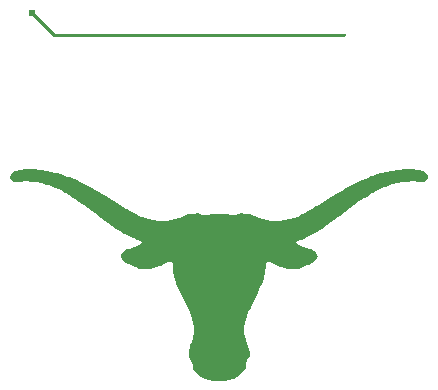
<source format=gbl>
G04 Layer: BottomLayer*
G04 EasyEDA v6.5.50, 2025-08-15 22:22:53*
G04 78b981eca6ee4c28b6080d7fc2fd3244,645267f41e9e4d7b8b91459b463e1a24,10*
G04 Gerber Generator version 0.2*
G04 Scale: 100 percent, Rotated: No, Reflected: No *
G04 Dimensions in millimeters *
G04 leading zeros omitted , absolute positions ,4 integer and 5 decimal *
%FSLAX45Y45*%
%MOMM*%

%ADD10C,0.2540*%
%ADD11C,0.6100*%
%ADD12R,0.4000X0.2800*%
%ADD13R,0.0146X0.2800*%

%LPD*%
G36*
X2663088Y-1873707D02*
G01*
X2629509Y-1877263D01*
X2607513Y-1880768D01*
X2588971Y-1884375D01*
X2569311Y-1889048D01*
X2556306Y-1898650D01*
X2544876Y-1912010D01*
X2541270Y-1919478D01*
X2537460Y-1928266D01*
X2537460Y-1945487D01*
X2544876Y-1957679D01*
X2552903Y-1969262D01*
X2557729Y-1974697D01*
X2568143Y-1981911D01*
X2585770Y-1981758D01*
X2613304Y-1978050D01*
X2667152Y-1975459D01*
X2716377Y-1977999D01*
X2746502Y-1981454D01*
X2768498Y-1985060D01*
X2786989Y-1988566D01*
X2803245Y-1992223D01*
X2825242Y-1997913D01*
X2847238Y-2004263D01*
X2857652Y-2008225D01*
X2864612Y-2010206D01*
X2880817Y-2015947D01*
X2912059Y-2028291D01*
X2945638Y-2043379D01*
X2980385Y-2060956D01*
X3003550Y-2074062D01*
X3007055Y-2075688D01*
X3052216Y-2102662D01*
X3067354Y-2113026D01*
X3070758Y-2114702D01*
X3087319Y-2125624D01*
X3120237Y-2148179D01*
X3158744Y-2176018D01*
X3284677Y-2270404D01*
X3289757Y-2273858D01*
X3307791Y-2287727D01*
X3366008Y-2330653D01*
X3394964Y-2350973D01*
X3434384Y-2377135D01*
X3450590Y-2387600D01*
X3482543Y-2407056D01*
X3493414Y-2413101D01*
X3501542Y-2417978D01*
X3513124Y-2423972D01*
X3521201Y-2428748D01*
X3559403Y-2447950D01*
X3582568Y-2458466D01*
X3602278Y-2466898D01*
X3608070Y-2468829D01*
X3639312Y-2480767D01*
X3646271Y-2482748D01*
X3655466Y-2486101D01*
X3656228Y-2488387D01*
X3645357Y-2499258D01*
X3627323Y-2512974D01*
X3625900Y-2512974D01*
X3610356Y-2522931D01*
X3594811Y-2530348D01*
X3592525Y-2530348D01*
X3584905Y-2533548D01*
X3561740Y-2540609D01*
X3546703Y-2544572D01*
X3521201Y-2552496D01*
X3501542Y-2561945D01*
X3488436Y-2572004D01*
X3480460Y-2583078D01*
X3476447Y-2591155D01*
X3472027Y-2605074D01*
X3471976Y-2617368D01*
X3478733Y-2630932D01*
X3488232Y-2643530D01*
X3501847Y-2655366D01*
X3516020Y-2664815D01*
X3539794Y-2676855D01*
X3570986Y-2690520D01*
X3577945Y-2693314D01*
X3599942Y-2703779D01*
X3618484Y-2710738D01*
X3630066Y-2713583D01*
X3652062Y-2718308D01*
X3707637Y-2718460D01*
X3729685Y-2714447D01*
X3747008Y-2710891D01*
X3771341Y-2704033D01*
X3795674Y-2696057D01*
X3813606Y-2689098D01*
X3838498Y-2678328D01*
X3873195Y-2661818D01*
X3883914Y-2655417D01*
X3895750Y-2655417D01*
X3904538Y-2660091D01*
X3910329Y-2664561D01*
X3911904Y-2710434D01*
X3914140Y-2732430D01*
X3916883Y-2748686D01*
X3920388Y-2766060D01*
X3924858Y-2784551D01*
X3929583Y-2800756D01*
X3931361Y-2809036D01*
X3933190Y-2812034D01*
X3935069Y-2819298D01*
X3942943Y-2841294D01*
X3951224Y-2861005D01*
X3956304Y-2873756D01*
X3965549Y-2894025D01*
X3989070Y-2942640D01*
X4034536Y-3033572D01*
X4047286Y-3061360D01*
X4057345Y-3085642D01*
X4066286Y-3108807D01*
X4069537Y-3116427D01*
X4069537Y-3119729D01*
X4072737Y-3127349D01*
X4078020Y-3145282D01*
X4083253Y-3164433D01*
X4086758Y-3180638D01*
X4090314Y-3200298D01*
X4093870Y-3225038D01*
X4093870Y-3246221D01*
X4090365Y-3270961D01*
X4086656Y-3288334D01*
X4080001Y-3311499D01*
X4070553Y-3339287D01*
X4068572Y-3346246D01*
X4060088Y-3370529D01*
X4058158Y-3377488D01*
X4055770Y-3384448D01*
X4052315Y-3397199D01*
X4048912Y-3411067D01*
X4045204Y-3430778D01*
X4045204Y-3450285D01*
X4052468Y-3463188D01*
X4058564Y-3471316D01*
X4061307Y-3475939D01*
X4065727Y-3485184D01*
X4069232Y-3494481D01*
X4072737Y-3506063D01*
X4079036Y-3536137D01*
X4080764Y-3552494D01*
X4086910Y-3564686D01*
X4104335Y-3587445D01*
X4126890Y-3610254D01*
X4148734Y-3628644D01*
X4172051Y-3644137D01*
X4183634Y-3648760D01*
X4195216Y-3652265D01*
X4209084Y-3655822D01*
X4226458Y-3659479D01*
X4253077Y-3663442D01*
X4357319Y-3663492D01*
X4382820Y-3659428D01*
X4400143Y-3655822D01*
X4414062Y-3652265D01*
X4427982Y-3647592D01*
X4434890Y-3644950D01*
X4442612Y-3640785D01*
X4459528Y-3629456D01*
X4475429Y-3616502D01*
X4501845Y-3590594D01*
X4517237Y-3572052D01*
X4524095Y-3561638D01*
X4527905Y-3553510D01*
X4531664Y-3530346D01*
X4535271Y-3511854D01*
X4538878Y-3499104D01*
X4543348Y-3485184D01*
X4549089Y-3473805D01*
X4563465Y-3453129D01*
X4563211Y-3423513D01*
X4555744Y-3391408D01*
X4552442Y-3380994D01*
X4536084Y-3332327D01*
X4534103Y-3325368D01*
X4528413Y-3309162D01*
X4521352Y-3282543D01*
X4518660Y-3269792D01*
X4515612Y-3234385D01*
X4517694Y-3208426D01*
X4521301Y-3187547D01*
X4524806Y-3170224D01*
X4529937Y-3150209D01*
X4535373Y-3130804D01*
X4538573Y-3123234D01*
X4538573Y-3119882D01*
X4541774Y-3112312D01*
X4548733Y-3093770D01*
X4559706Y-3067151D01*
X4570069Y-3043986D01*
X4581702Y-3019653D01*
X4630928Y-2921203D01*
X4643069Y-2895752D01*
X4653280Y-2873197D01*
X4665167Y-2844800D01*
X4669586Y-2833217D01*
X4671568Y-2826258D01*
X4677511Y-2808884D01*
X4680712Y-2798470D01*
X4684318Y-2785719D01*
X4690567Y-2760268D01*
X4692192Y-2748686D01*
X4694885Y-2734767D01*
X4698390Y-2704642D01*
X4698339Y-2666339D01*
X4705908Y-2659430D01*
X4713173Y-2655417D01*
X4725314Y-2655417D01*
X4735982Y-2661818D01*
X4771898Y-2678836D01*
X4789271Y-2686456D01*
X4802022Y-2691688D01*
X4813604Y-2696159D01*
X4820513Y-2698089D01*
X4836769Y-2703779D01*
X4862220Y-2710840D01*
X4879594Y-2714345D01*
X4901590Y-2718460D01*
X4956048Y-2718460D01*
X4978044Y-2714193D01*
X4986782Y-2711043D01*
X4991252Y-2711043D01*
X4998872Y-2707792D01*
X5009286Y-2703830D01*
X5030165Y-2693873D01*
X5045760Y-2686710D01*
X5048300Y-2686710D01*
X5054447Y-2683560D01*
X5062575Y-2680106D01*
X5092649Y-2665323D01*
X5109972Y-2653690D01*
X5123230Y-2641447D01*
X5132019Y-2628239D01*
X5136184Y-2620619D01*
X5137454Y-2610866D01*
X5135067Y-2596286D01*
X5126990Y-2579573D01*
X5116982Y-2568905D01*
X5107736Y-2561945D01*
X5085334Y-2551226D01*
X5082794Y-2551226D01*
X5061407Y-2544470D01*
X5046370Y-2540508D01*
X5022037Y-2532735D01*
X5012283Y-2529281D01*
X4997704Y-2522118D01*
X4990744Y-2517800D01*
X4981803Y-2512872D01*
X4964125Y-2499258D01*
X4955743Y-2491384D01*
X4953203Y-2486609D01*
X4974539Y-2478582D01*
X4982667Y-2475738D01*
X4989626Y-2474010D01*
X4994249Y-2471521D01*
X5024374Y-2459482D01*
X5052161Y-2446782D01*
X5079949Y-2432761D01*
X5098440Y-2422906D01*
X5108905Y-2416911D01*
X5112359Y-2415286D01*
X5159857Y-2386685D01*
X5177231Y-2375154D01*
X5180685Y-2373579D01*
X5221224Y-2345842D01*
X5255056Y-2322220D01*
X5312714Y-2279142D01*
X5323128Y-2271725D01*
X5330799Y-2265070D01*
X5339334Y-2259330D01*
X5447233Y-2178304D01*
X5492191Y-2145995D01*
X5534609Y-2116937D01*
X5535472Y-2116937D01*
X5554726Y-2104288D01*
X5602224Y-2075637D01*
X5605678Y-2074062D01*
X5612638Y-2069846D01*
X5628843Y-2060956D01*
X5663692Y-2043379D01*
X5685586Y-2033422D01*
X5700623Y-2026869D01*
X5719165Y-2019401D01*
X5736539Y-2013051D01*
X5768949Y-2002231D01*
X5779414Y-1999081D01*
X5807202Y-1991969D01*
X5822238Y-1988566D01*
X5840780Y-1985060D01*
X5862777Y-1981454D01*
X5892901Y-1977999D01*
X5942228Y-1975459D01*
X5994806Y-1978050D01*
X6023762Y-1981707D01*
X6041085Y-1982012D01*
X6051448Y-1975053D01*
X6063284Y-1960372D01*
X6067653Y-1951888D01*
X6070447Y-1948434D01*
X6073140Y-1938223D01*
X6070295Y-1922983D01*
X6062827Y-1909318D01*
X6047282Y-1893519D01*
X6037224Y-1887626D01*
X6031433Y-1887626D01*
X6025286Y-1885289D01*
X6002883Y-1880920D01*
X5980887Y-1877314D01*
X5950762Y-1874012D01*
X5866231Y-1873707D01*
X5831484Y-1877212D01*
X5801410Y-1880768D01*
X5778246Y-1884273D01*
X5758535Y-1887778D01*
X5723788Y-1894738D01*
X5668213Y-1908759D01*
X5645048Y-1915515D01*
X5610301Y-1926945D01*
X5592927Y-1932889D01*
X5566308Y-1943455D01*
X5558231Y-1946452D01*
X5545480Y-1951583D01*
X5513324Y-1965756D01*
X5479440Y-1981606D01*
X5428488Y-2007057D01*
X5407660Y-2018385D01*
X5396077Y-2024430D01*
X5382209Y-2032304D01*
X5375249Y-2035759D01*
X5362498Y-2043023D01*
X5356707Y-2046782D01*
X5340502Y-2055672D01*
X5333542Y-2060143D01*
X5330088Y-2061768D01*
X5293614Y-2083307D01*
X5229656Y-2122170D01*
X5223510Y-2126183D01*
X5218887Y-2128570D01*
X5211927Y-2133092D01*
X5207304Y-2135479D01*
X5201056Y-2139543D01*
X5157520Y-2166162D01*
X5148275Y-2172055D01*
X5144770Y-2173732D01*
X5137861Y-2178304D01*
X5133187Y-2180640D01*
X5126278Y-2185212D01*
X5122773Y-2186838D01*
X5111191Y-2194153D01*
X5105400Y-2197252D01*
X5091531Y-2206040D01*
X5088026Y-2207717D01*
X5060188Y-2224176D01*
X5056784Y-2225802D01*
X5048656Y-2230729D01*
X5038242Y-2236368D01*
X5028438Y-2242108D01*
X4993081Y-2261565D01*
X4969510Y-2273300D01*
X4966817Y-2273300D01*
X4960670Y-2276500D01*
X4943297Y-2282748D01*
X4936337Y-2284679D01*
X4929378Y-2286965D01*
X4915509Y-2290927D01*
X4905248Y-2294128D01*
X4900269Y-2294128D01*
X4890008Y-2297328D01*
X4871466Y-2300935D01*
X4849469Y-2304491D01*
X4819396Y-2308453D01*
X4740656Y-2308402D01*
X4719218Y-2304542D01*
X4712157Y-2304542D01*
X4679238Y-2297328D01*
X4653788Y-2289606D01*
X4641037Y-2284679D01*
X4635093Y-2282799D01*
X4630623Y-2280361D01*
X4612081Y-2272131D01*
X4608626Y-2269845D01*
X4585462Y-2256739D01*
X4569256Y-2252472D01*
X4542586Y-2252472D01*
X4528718Y-2255824D01*
X4520133Y-2255926D01*
X4518812Y-2253742D01*
X4511344Y-2249932D01*
X4499762Y-2245461D01*
X4479544Y-2245461D01*
X4469638Y-2249373D01*
X4461408Y-2254504D01*
X4449978Y-2259126D01*
X4436059Y-2262276D01*
X4418685Y-2262073D01*
X4402480Y-2259228D01*
X4371238Y-2252522D01*
X4348327Y-2248611D01*
X4328363Y-2250084D01*
X4316780Y-2253437D01*
X4304182Y-2258364D01*
X4299407Y-2256180D01*
X4290161Y-2252624D01*
X4278579Y-2249525D01*
X4255414Y-2249525D01*
X4238040Y-2252624D01*
X4206748Y-2259330D01*
X4190542Y-2262124D01*
X4172051Y-2262124D01*
X4159300Y-2259076D01*
X4147718Y-2254453D01*
X4141724Y-2250236D01*
X4129684Y-2245461D01*
X4109516Y-2245461D01*
X4097934Y-2249932D01*
X4090415Y-2253742D01*
X4089095Y-2255926D01*
X4080560Y-2255824D01*
X4066641Y-2252472D01*
X4040022Y-2252472D01*
X4023766Y-2256790D01*
X4012234Y-2263241D01*
X4003446Y-2268728D01*
X3998315Y-2270963D01*
X3994861Y-2273249D01*
X3978656Y-2280361D01*
X3974185Y-2282799D01*
X3968242Y-2284679D01*
X3955491Y-2289606D01*
X3940403Y-2294229D01*
X3928821Y-2297531D01*
X3897122Y-2304542D01*
X3890060Y-2304542D01*
X3868623Y-2308402D01*
X3789883Y-2308453D01*
X3759758Y-2304491D01*
X3737762Y-2300935D01*
X3719220Y-2297430D01*
X3678682Y-2286914D01*
X3662476Y-2281174D01*
X3655568Y-2279396D01*
X3641953Y-2273300D01*
X3639972Y-2273300D01*
X3623106Y-2265172D01*
X3602278Y-2253691D01*
X3590696Y-2247696D01*
X3583736Y-2243582D01*
X3565194Y-2233523D01*
X3557117Y-2228545D01*
X3553663Y-2226970D01*
X3550158Y-2224684D01*
X3521151Y-2207717D01*
X3517747Y-2206091D01*
X3510787Y-2201519D01*
X3507333Y-2199894D01*
X3493414Y-2191156D01*
X3488791Y-2188972D01*
X3480663Y-2183434D01*
X3477209Y-2181758D01*
X3470249Y-2177186D01*
X3465626Y-2174798D01*
X3458667Y-2170226D01*
X3454044Y-2167839D01*
X3396132Y-2132025D01*
X3391509Y-2129637D01*
X3385413Y-2125624D01*
X3273399Y-2058314D01*
X3269894Y-2056688D01*
X3262985Y-2052167D01*
X3256026Y-2048713D01*
X3227070Y-2031949D01*
X3173780Y-2003501D01*
X3125165Y-1979371D01*
X3100222Y-1967534D01*
X3099104Y-1967534D01*
X3060903Y-1950161D01*
X3058871Y-1950161D01*
X3041802Y-1942947D01*
X3033674Y-1939950D01*
X3020923Y-1934718D01*
X2998927Y-1926843D01*
X2991967Y-1924812D01*
X2964180Y-1915464D01*
X2941015Y-1908759D01*
X2915564Y-1901850D01*
X2884271Y-1894738D01*
X2850692Y-1887778D01*
X2807868Y-1880768D01*
X2780080Y-1877314D01*
X2741828Y-1873707D01*
G37*
D10*
X2716098Y-550900D02*
G01*
X2902615Y-737417D01*
X5362910Y-737417D01*
D11*
G01*
X2716098Y-550903D03*
D12*
G01*
X5362905Y-737412D03*
M02*

</source>
